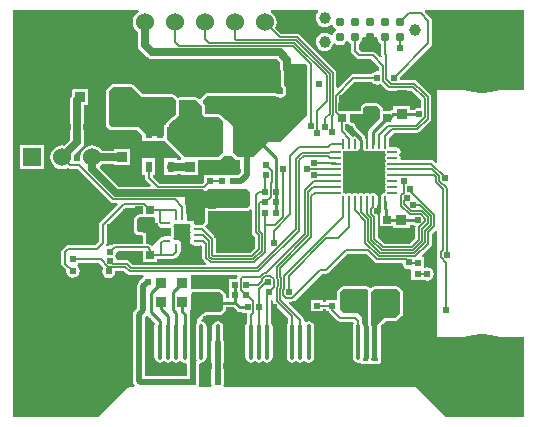
<source format=gbl>
G04 Layer_Physical_Order=2*
G04 Layer_Color=16711680*
%FSLAX25Y25*%
%MOIN*%
G70*
G01*
G75*
%ADD15R,0.02165X0.01968*%
%ADD16C,0.00500*%
%ADD17C,0.01000*%
%ADD18C,0.02000*%
%ADD19C,0.03900*%
%ADD20C,0.27559*%
%ADD21C,0.06000*%
%ADD22R,0.06000X0.06000*%
%ADD23O,0.10236X0.04331*%
%ADD24O,0.08268X0.04331*%
%ADD25C,0.05000*%
%ADD26C,0.02400*%
%ADD27C,0.03100*%
%ADD28R,0.02362X0.03543*%
%ADD29R,0.03347X0.03347*%
%ADD30R,0.01968X0.02165*%
%ADD31R,0.14173X0.14173*%
%ADD32O,0.00984X0.03347*%
%ADD33O,0.03347X0.00984*%
%ADD34O,0.00984X0.02559*%
%ADD35O,0.02559X0.00984*%
%ADD36R,0.05709X0.05709*%
%ADD37R,0.04331X0.10394*%
G04:AMPARAMS|DCode=38|XSize=15.75mil|YSize=118.11mil|CornerRadius=7.87mil|HoleSize=0mil|Usage=FLASHONLY|Rotation=0.000|XOffset=0mil|YOffset=0mil|HoleType=Round|Shape=RoundedRectangle|*
%AMROUNDEDRECTD38*
21,1,0.01575,0.10236,0,0,0.0*
21,1,0.00000,0.11811,0,0,0.0*
1,1,0.01575,0.00000,-0.05118*
1,1,0.01575,0.00000,-0.05118*
1,1,0.01575,0.00000,0.05118*
1,1,0.01575,0.00000,0.05118*
%
%ADD38ROUNDEDRECTD38*%
%ADD39R,0.01575X0.11811*%
%ADD40R,0.06890X0.03937*%
%ADD41R,0.03740X0.03347*%
%ADD42R,0.02520X0.02520*%
%ADD43R,0.03347X0.03347*%
%ADD44R,0.02520X0.02520*%
%ADD45R,0.03347X0.03740*%
%ADD46C,0.02500*%
G36*
X180000Y176000D02*
Y171500D01*
X179000Y170500D01*
X166000D01*
X165988Y170488D01*
X165240D01*
Y169740D01*
X165000Y169500D01*
Y166000D01*
X164000Y165000D01*
X163633D01*
X163209Y165084D01*
X161634D01*
X161354Y165539D01*
Y166433D01*
X159251D01*
X159021Y166713D01*
Y168287D01*
X158905Y168870D01*
X158774Y169066D01*
Y171000D01*
X158677Y171488D01*
X158500Y171753D01*
Y176000D01*
X158726Y176225D01*
X164870D01*
X165358Y176322D01*
X165771Y176599D01*
X166173Y177000D01*
X179000D01*
X180000Y176000D01*
D02*
G37*
G36*
X144512Y170494D02*
Y168520D01*
X143000D01*
X142610Y168442D01*
X142279Y168221D01*
X141779Y167721D01*
X141558Y167390D01*
X141480Y167000D01*
Y163000D01*
X141558Y162610D01*
X141779Y162279D01*
X142279Y161779D01*
X142610Y161558D01*
X143000Y161480D01*
X144107D01*
X144350Y161318D01*
X144469Y161294D01*
Y158774D01*
X135000D01*
X134512Y158677D01*
X134099Y158401D01*
X133868Y158170D01*
X133500Y158243D01*
X132642Y158072D01*
X132359Y157883D01*
X131998Y158244D01*
X132177Y158512D01*
X132274Y159000D01*
Y164472D01*
X138538Y170735D01*
X144271D01*
X144512Y170494D01*
D02*
G37*
G36*
X180726Y170077D02*
Y162500D01*
X180823Y162012D01*
X181099Y161599D01*
X181726Y160972D01*
Y157356D01*
X180144Y155774D01*
X168774D01*
Y160242D01*
X168677Y160730D01*
X168401Y161144D01*
X165080Y164464D01*
X165065Y164623D01*
X165721Y165279D01*
X165942Y165610D01*
X166020Y166000D01*
Y169107D01*
X166182Y169350D01*
X166208Y169480D01*
X167486D01*
X167500Y169478D01*
X167514Y169480D01*
X179000D01*
X179390Y169558D01*
X179721Y169779D01*
X180226Y170284D01*
X180726Y170077D01*
D02*
G37*
G36*
X156918Y165307D02*
X157500Y165191D01*
X158082Y165307D01*
X158484Y165576D01*
X158886Y165307D01*
X159468Y165191D01*
X159663Y165230D01*
X160228Y164949D01*
X160497Y164547D01*
X160228Y164145D01*
X160113Y163563D01*
X160228Y162981D01*
X160497Y162579D01*
X160228Y162177D01*
X160113Y161594D01*
X160228Y161012D01*
X160497Y160610D01*
X160228Y160208D01*
X160113Y159626D01*
X160228Y159044D01*
X160558Y158550D01*
X161052Y158220D01*
X161634Y158105D01*
X163209D01*
X163791Y158220D01*
X163843Y158255D01*
X164225Y157947D01*
Y154000D01*
X164322Y153512D01*
X164599Y153099D01*
X165461Y152236D01*
X165270Y151775D01*
X141028D01*
X139901Y152901D01*
X139488Y153177D01*
X139000Y153275D01*
X135688D01*
X135572Y153858D01*
X135144Y154500D01*
X135572Y155142D01*
X135743Y156000D01*
X135928Y156226D01*
X144512D01*
Y152740D01*
X149031D01*
Y153726D01*
X154500D01*
X154988Y153823D01*
X155401Y154099D01*
X156433Y155130D01*
X156709Y155544D01*
X156806Y156032D01*
Y156092D01*
X156937Y156288D01*
X157053Y156870D01*
Y158445D01*
X156937Y159027D01*
X156607Y159521D01*
X156114Y159850D01*
X155532Y159966D01*
X155337Y159928D01*
X154772Y160208D01*
X154503Y160610D01*
X154772Y161012D01*
X154887Y161594D01*
X154772Y162177D01*
X154665Y162336D01*
Y162821D01*
X154772Y162981D01*
X154887Y163563D01*
X154772Y164145D01*
X154503Y164547D01*
X154772Y164949D01*
X155337Y165230D01*
X155532Y165191D01*
X156114Y165307D01*
X156516Y165576D01*
X156918Y165307D01*
D02*
G37*
G36*
X148500Y167000D02*
Y166000D01*
X148782Y165718D01*
X148822Y165512D01*
X149099Y165099D01*
X149567Y164630D01*
X149981Y164354D01*
X150187Y164313D01*
X150500Y164000D01*
X153646D01*
Y161377D01*
X153366Y161147D01*
X151791D01*
X151209Y161031D01*
X151162Y161000D01*
X150500D01*
X147500Y158000D01*
X147302D01*
X146901Y158401D01*
X146488Y158677D01*
X146000Y158774D01*
X145488D01*
Y162260D01*
X144740D01*
X144500Y162500D01*
X143000D01*
X142500Y163000D01*
Y167000D01*
X143000Y167500D01*
X148000D01*
X148500Y167000D01*
D02*
G37*
G36*
X175981Y147725D02*
X175822Y147488D01*
X175742Y147083D01*
X173146D01*
Y142917D01*
Y140529D01*
X172020D01*
Y141500D01*
X171942Y141890D01*
X171721Y142221D01*
X170721Y143221D01*
X170390Y143442D01*
X170000Y143520D01*
X160690D01*
X160431Y143822D01*
X160370Y143976D01*
Y148225D01*
X175753D01*
X175981Y147725D01*
D02*
G37*
G36*
X145919Y134919D02*
X148471Y132367D01*
Y132031D01*
X148316Y131800D01*
X148178Y131102D01*
Y120866D01*
X148316Y120169D01*
X148711Y119578D01*
X149303Y119182D01*
X150000Y119044D01*
X150697Y119182D01*
X151289Y119578D01*
X151467D01*
X152058Y119182D01*
X152756Y119044D01*
X153453Y119182D01*
X154044Y119578D01*
X154223D01*
X154814Y119182D01*
X155512Y119044D01*
X156209Y119182D01*
X156800Y119578D01*
X156979D01*
X157570Y119182D01*
X158268Y119044D01*
X158484Y119087D01*
X158984Y118676D01*
Y114539D01*
X145039D01*
Y134155D01*
X145813Y134929D01*
X145919Y134919D01*
D02*
G37*
G36*
X242500Y163076D02*
Y156437D01*
X242471Y156394D01*
X242374Y155906D01*
Y154291D01*
X242471Y153803D01*
X242500Y153760D01*
Y127500D01*
X271480D01*
Y101020D01*
X245422D01*
X235721Y110721D01*
X235390Y110942D01*
X235000Y111020D01*
X171410D01*
X171143Y111520D01*
X171364Y111850D01*
X171534Y112709D01*
X171364Y113567D01*
X171330Y113617D01*
Y125984D01*
X171175Y126765D01*
X171114Y126857D01*
Y131102D01*
X170975Y131800D01*
X170580Y132391D01*
X169989Y132786D01*
X169291Y132925D01*
X168594Y132786D01*
X168003Y132391D01*
X167608Y131800D01*
X167469Y131102D01*
Y126857D01*
X167407Y126765D01*
X167252Y125984D01*
Y113617D01*
X167219Y113567D01*
X167048Y112709D01*
X167219Y111850D01*
X167440Y111520D01*
X167173Y111020D01*
X163187D01*
X162951Y111460D01*
X163072Y111642D01*
X163243Y112500D01*
X163072Y113358D01*
X163063Y113373D01*
Y118676D01*
X163563Y119087D01*
X163779Y119044D01*
X164477Y119182D01*
X165068Y119578D01*
X165463Y120169D01*
X165602Y120866D01*
Y131102D01*
X165463Y131800D01*
X165068Y132391D01*
X164477Y132786D01*
X164025Y132876D01*
X163852Y133410D01*
X164288Y133846D01*
X164344Y133930D01*
X164415Y134001D01*
X164649Y134351D01*
X164999Y134585D01*
X165070Y134656D01*
X165154Y134712D01*
X165422Y134980D01*
X170000D01*
X170390Y135058D01*
X170721Y135279D01*
X171721Y136279D01*
X171942Y136610D01*
X172020Y137000D01*
Y137471D01*
X174626D01*
X175678Y136419D01*
X176175Y136087D01*
X176760Y135971D01*
X177276D01*
Y135417D01*
X178658D01*
X179061Y134917D01*
X179041Y134815D01*
Y132401D01*
X179026Y132391D01*
X178631Y131800D01*
X178492Y131102D01*
Y120866D01*
X178631Y120169D01*
X179026Y119578D01*
X179618Y119182D01*
X180315Y119044D01*
X181012Y119182D01*
X181604Y119578D01*
X181782D01*
X182373Y119182D01*
X183071Y119044D01*
X183768Y119182D01*
X184360Y119578D01*
X184538D01*
X185129Y119182D01*
X185827Y119044D01*
X186524Y119182D01*
X187115Y119578D01*
X187511Y120169D01*
X187649Y120866D01*
Y131102D01*
X187511Y131800D01*
X187115Y132391D01*
X187101Y132401D01*
Y139897D01*
X187225Y139969D01*
X187725Y139682D01*
Y139586D01*
X187822Y139098D01*
X188099Y138685D01*
X192820Y133963D01*
Y132401D01*
X192806Y132391D01*
X192411Y131800D01*
X192272Y131102D01*
Y120866D01*
X192411Y120169D01*
X192806Y119578D01*
X193397Y119182D01*
X194095Y119044D01*
X194792Y119182D01*
X195383Y119578D01*
X195562D01*
X196153Y119182D01*
X196850Y119044D01*
X197548Y119182D01*
X198139Y119578D01*
X198318D01*
X198909Y119182D01*
X199606Y119044D01*
X200304Y119182D01*
X200895Y119578D01*
X201290Y120169D01*
X201429Y120866D01*
Y131102D01*
X201290Y131800D01*
X200895Y132391D01*
X200304Y132786D01*
X199606Y132925D01*
X198909Y132786D01*
X198625Y132596D01*
X198125Y132864D01*
Y133150D01*
X198028Y133637D01*
X197752Y134051D01*
X192989Y138814D01*
X193180Y139276D01*
X194050D01*
X194538Y139373D01*
X194951Y139649D01*
X204028Y148725D01*
X205500D01*
X205988Y148822D01*
X206401Y149099D01*
X212528Y155226D01*
X218972D01*
X221599Y152599D01*
X222012Y152322D01*
X222500Y152225D01*
X230812D01*
X230928Y151642D01*
X231414Y150914D01*
X232142Y150428D01*
X233000Y150257D01*
X233417Y150340D01*
X233917Y149930D01*
Y146646D01*
X237723D01*
X238190Y146612D01*
X238271Y146557D01*
X238525Y146507D01*
X238525Y146507D01*
X238666Y146479D01*
X239130Y146387D01*
X239988Y146558D01*
X240716Y147044D01*
X241202Y147772D01*
X241373Y148630D01*
X241202Y149488D01*
X240716Y150216D01*
X239988Y150702D01*
X239130Y150873D01*
X238583Y150764D01*
X238085Y151130D01*
X238083Y151136D01*
Y154354D01*
X237553D01*
X237361Y154816D01*
X240401Y157856D01*
X240677Y158270D01*
X240774Y158757D01*
Y162058D01*
X242000Y163283D01*
X242500Y163076D01*
D02*
G37*
G36*
X171000Y141500D02*
Y137000D01*
X170000Y136000D01*
X165000D01*
X164433Y135433D01*
X163914Y135086D01*
X163567Y134567D01*
X162500Y133500D01*
Y132397D01*
X162491Y132391D01*
X162096Y131800D01*
X161957Y131102D01*
Y120866D01*
X162096Y120169D01*
X162288Y119881D01*
X161981Y119500D01*
X160000D01*
Y120413D01*
X160090Y120866D01*
Y131102D01*
X160000Y131555D01*
Y136677D01*
X160370D01*
Y142024D01*
X160370Y142024D01*
X160370D01*
X160623Y142411D01*
X160690Y142500D01*
X170000D01*
X171000Y141500D01*
D02*
G37*
G36*
X271480Y210000D02*
X242500D01*
Y185784D01*
X242038Y185593D01*
X241277Y186354D01*
X240863Y186630D01*
X240376Y186727D01*
X230642D01*
X230239Y187227D01*
X230277Y187421D01*
X230161Y188004D01*
X229893Y188406D01*
X230161Y188808D01*
X230277Y189390D01*
X230161Y189972D01*
X229832Y190465D01*
X229338Y190795D01*
X228756Y190911D01*
X226537D01*
Y193130D01*
X226421Y193712D01*
X226290Y193908D01*
Y193988D01*
X228028Y195726D01*
X235914D01*
X236402Y195823D01*
X236815Y196099D01*
X240202Y199485D01*
X240478Y199899D01*
X240575Y200386D01*
Y207700D01*
X240478Y208187D01*
X240202Y208601D01*
X238401Y210401D01*
X238143Y210574D01*
X235815Y212901D01*
X235402Y213177D01*
X234914Y213275D01*
X230493D01*
X230176Y213661D01*
X230243Y214000D01*
X230170Y214368D01*
X240401Y224599D01*
X240677Y225012D01*
X240774Y225500D01*
Y233000D01*
X240677Y233488D01*
X240401Y233901D01*
X238322Y235981D01*
X238529Y236480D01*
X271480D01*
Y210000D01*
D02*
G37*
G36*
X199225Y217972D02*
Y201726D01*
X190000Y192500D01*
X186000D01*
X181000Y187500D01*
X176000D01*
X174500Y189000D01*
Y198000D01*
X172500Y200000D01*
X171869Y200000D01*
X171721Y200221D01*
X170221Y201721D01*
X169890Y201942D01*
X169500Y202020D01*
X165422D01*
X165020Y202422D01*
Y204500D01*
X164942Y204890D01*
X164721Y205221D01*
X164500Y205442D01*
Y206500D01*
X165976Y207976D01*
X170370D01*
Y208000D01*
X188500D01*
X188571Y207929D01*
X188654Y207873D01*
X188747Y207835D01*
X188831Y207779D01*
X188929Y207759D01*
X189022Y207721D01*
X189122D01*
X189221Y207701D01*
X189240Y207705D01*
X189348Y207634D01*
X190206Y207463D01*
X191064Y207634D01*
X191792Y208120D01*
X192278Y208847D01*
X192449Y209706D01*
X192278Y210564D01*
X191792Y211292D01*
X191520Y211474D01*
Y215943D01*
X191500Y216042D01*
Y216142D01*
X191462Y216235D01*
X191442Y216334D01*
X191386Y216417D01*
X191348Y216510D01*
X191341Y216520D01*
X191226Y217100D01*
Y218500D01*
X198698D01*
X199225Y217972D01*
D02*
G37*
G36*
X220914Y212414D02*
X221642Y211928D01*
X222500Y211757D01*
X223358Y211928D01*
X223605Y212092D01*
X225599Y210099D01*
X226012Y209823D01*
X226500Y209725D01*
X233972D01*
X237026Y206672D01*
Y204353D01*
X236639Y204036D01*
X236350Y204094D01*
X235492Y203923D01*
X234764Y203436D01*
X234726Y203380D01*
X233496D01*
Y204524D01*
X227756D01*
Y203361D01*
X227265Y203263D01*
X226853Y202988D01*
X224386D01*
Y203634D01*
X224308Y204024D01*
X224087Y204355D01*
X223221Y205221D01*
X222890Y205442D01*
X222500Y205520D01*
X218500D01*
X218110Y205442D01*
X217779Y205221D01*
X217165Y204607D01*
X216944Y204276D01*
X216866Y203886D01*
Y203031D01*
X213512D01*
X213379Y203005D01*
X212886Y202988D01*
X212886Y202988D01*
X212886Y202988D01*
X210132D01*
X209891Y203229D01*
Y207594D01*
X215022Y212725D01*
X220706D01*
X220914Y212414D01*
D02*
G37*
G36*
X142970Y236030D02*
X142965Y235981D01*
X142147Y235353D01*
X141506Y234517D01*
X141103Y233544D01*
X140965Y232500D01*
X141103Y231456D01*
X141506Y230483D01*
X142147Y229647D01*
X142706Y229218D01*
Y225000D01*
X142880Y224122D01*
X143378Y223378D01*
X145878Y220878D01*
X146443Y220500D01*
X146622Y220380D01*
X147500Y220206D01*
X189050D01*
X190206Y219050D01*
Y217000D01*
X190358Y216235D01*
X190381Y216122D01*
X190500Y215943D01*
Y211474D01*
X190520Y211376D01*
Y211275D01*
X190558Y211182D01*
X190578Y211084D01*
X190633Y211000D01*
X190672Y210908D01*
X190743Y210837D01*
X190799Y210753D01*
X190882Y210697D01*
X190953Y210626D01*
X191057Y210557D01*
X191206Y210334D01*
Y209078D01*
X191057Y208855D01*
X190666Y208594D01*
X190206Y208502D01*
X189673Y208608D01*
X189621Y208630D01*
X189439Y208705D01*
X189439D01*
X189439Y208705D01*
X189400Y208705D01*
X189321Y208721D01*
X189221D01*
D01*
D01*
X188890Y208942D01*
X188500Y209020D01*
X170370D01*
X170251Y208996D01*
X165976D01*
X165586Y208918D01*
X165255Y208697D01*
X165058Y208500D01*
X163779Y207221D01*
X163638Y207011D01*
X163198Y206892D01*
X163049Y206893D01*
X162721Y207221D01*
X162390Y207442D01*
X162000Y207520D01*
X156520D01*
X156129Y207442D01*
X156052Y207390D01*
X155221Y208221D01*
X154890Y208442D01*
X154500Y208520D01*
X144422D01*
X141221Y211721D01*
X140890Y211942D01*
X140500Y212020D01*
X134500D01*
X134110Y211942D01*
X133779Y211721D01*
X132279Y210221D01*
X132058Y209890D01*
X131980Y209500D01*
Y198500D01*
X132058Y198110D01*
X132279Y197779D01*
X133279Y196779D01*
X133610Y196558D01*
X134000Y196480D01*
X142578D01*
X144079Y194979D01*
Y192839D01*
X151739D01*
X151779Y192779D01*
X156279Y188279D01*
X157065Y187493D01*
X157009Y186909D01*
X156771Y186684D01*
X155921D01*
Y187161D01*
X151559D01*
Y184958D01*
X151446Y184390D01*
X151559Y183822D01*
Y181618D01*
X155921D01*
Y182096D01*
X157130D01*
Y181677D01*
X162870D01*
Y186480D01*
X169500D01*
X169890Y186558D01*
X170221Y186779D01*
X171500Y188058D01*
X172000Y188000D01*
X172000Y188000D01*
X173500D01*
X173500Y188000D01*
Y188000D01*
X174000Y188058D01*
X175279Y186779D01*
X175610Y186558D01*
X176000Y186480D01*
X176797D01*
Y184327D01*
X176914Y183741D01*
X176961Y183671D01*
Y182345D01*
X176199Y181583D01*
X164886D01*
Y179318D01*
X164342Y178774D01*
X150028D01*
X147684Y181118D01*
X147891Y181618D01*
X148441D01*
Y187161D01*
X144079D01*
Y181618D01*
X144985D01*
Y180740D01*
X145082Y180252D01*
X145359Y179839D01*
X146942Y178256D01*
X146750Y177794D01*
X136450D01*
X130193Y184051D01*
X130226Y184550D01*
X130353Y184647D01*
X130782Y185206D01*
X134827D01*
Y184827D01*
X140173D01*
Y190173D01*
X134827D01*
Y189794D01*
X130782D01*
X130353Y190353D01*
X129517Y190994D01*
X128544Y191397D01*
X127500Y191534D01*
X126456Y191397D01*
X125483Y190994D01*
X124647Y190353D01*
X124006Y189517D01*
X123603Y188544D01*
X123466Y187500D01*
X123575Y186670D01*
X123243Y186288D01*
X123149Y186245D01*
X123000Y186275D01*
X121826D01*
X121439Y186775D01*
X121535Y187500D01*
X121443Y188198D01*
X124122Y190878D01*
X124619Y191622D01*
X124794Y192500D01*
Y204827D01*
X126079D01*
Y210173D01*
X120732D01*
Y207999D01*
X120380Y207472D01*
X120206Y206594D01*
Y193450D01*
X118198Y191443D01*
X117500Y191534D01*
X116456Y191397D01*
X115483Y190994D01*
X114647Y190353D01*
X114006Y189517D01*
X113603Y188544D01*
X113465Y187500D01*
X113603Y186456D01*
X114006Y185483D01*
X114647Y184647D01*
X115483Y184006D01*
X116456Y183603D01*
X117500Y183466D01*
X118544Y183603D01*
X119345Y183934D01*
X119512Y183823D01*
X120000Y183726D01*
X122472D01*
X133599Y172599D01*
X134012Y172322D01*
X134500Y172225D01*
X135770D01*
X135961Y171764D01*
X130099Y165901D01*
X129823Y165488D01*
X129726Y165000D01*
Y159528D01*
X128472Y158274D01*
X119500D01*
X119012Y158177D01*
X118599Y157901D01*
X117599Y156901D01*
X117323Y156488D01*
X117226Y156000D01*
Y152094D01*
X117323Y151607D01*
X117599Y151193D01*
X118877Y149915D01*
X118804Y149547D01*
X118975Y148689D01*
X119461Y147961D01*
X120189Y147475D01*
X121047Y147304D01*
X121906Y147475D01*
X122633Y147961D01*
X123120Y148689D01*
X123290Y149547D01*
X123120Y150406D01*
X122633Y151133D01*
X122420Y151276D01*
Y151776D01*
X122602Y151898D01*
X122810Y152210D01*
X129730D01*
X131190Y150750D01*
X130928Y150358D01*
X130757Y149500D01*
X130928Y148642D01*
X131414Y147914D01*
X132142Y147428D01*
X133000Y147257D01*
X133858Y147428D01*
X134586Y147914D01*
X135072Y148642D01*
X135243Y149500D01*
X135428Y149725D01*
X138058D01*
X139185Y148599D01*
X139598Y148322D01*
X140086Y148225D01*
X144471D01*
X144623Y147725D01*
X144414Y147586D01*
X143928Y146858D01*
X143916Y146800D01*
X143058Y145942D01*
X142616Y145280D01*
X142461Y144500D01*
Y137345D01*
X141558Y136442D01*
X141116Y135780D01*
X140961Y135000D01*
Y113000D01*
X141116Y112220D01*
X141558Y111558D01*
X141597Y111520D01*
X141390Y111020D01*
X140000D01*
X139610Y110942D01*
X139279Y110721D01*
X129578Y101020D01*
X101020D01*
Y236480D01*
X142837D01*
X142970Y236030D01*
D02*
G37*
G36*
X202801Y235981D02*
X202423Y235488D01*
X202126Y234770D01*
X202025Y234000D01*
X202126Y233230D01*
X202423Y232512D01*
X202896Y231896D01*
X203512Y231423D01*
X204230Y231126D01*
X205000Y231025D01*
X205770Y231126D01*
X206488Y231423D01*
X207023Y231834D01*
X207550Y231745D01*
X207598Y231505D01*
X208161Y230662D01*
X208702Y230301D01*
Y229699D01*
X208161Y229339D01*
X207598Y228495D01*
X207550Y228255D01*
X207023Y228166D01*
X206488Y228577D01*
X205770Y228874D01*
X205000Y228976D01*
X204230Y228874D01*
X203512Y228577D01*
X202896Y228104D01*
X202423Y227488D01*
X202126Y226770D01*
X202025Y226000D01*
X202126Y225230D01*
X202423Y224512D01*
X202896Y223896D01*
X203512Y223423D01*
X204230Y223126D01*
X205000Y223025D01*
X205770Y223126D01*
X206488Y223423D01*
X207104Y223896D01*
X207577Y224512D01*
X207874Y225230D01*
X207877Y225255D01*
X208413Y225494D01*
X209005Y225098D01*
X210000Y224900D01*
X210995Y225098D01*
X211839Y225661D01*
X212199Y226202D01*
X212801D01*
X213161Y225661D01*
X213725Y225285D01*
Y223000D01*
X213823Y222512D01*
X214099Y222099D01*
X215599Y220599D01*
X216012Y220322D01*
X216500Y220226D01*
X220472D01*
X223176Y217522D01*
Y216503D01*
X222789Y216186D01*
X222500Y216243D01*
X221642Y216072D01*
X220914Y215586D01*
X220706Y215275D01*
X214494D01*
X214006Y215177D01*
X213593Y214901D01*
X209353Y210661D01*
X208891Y210852D01*
Y215627D01*
X208794Y216114D01*
X208517Y216528D01*
X196644Y228401D01*
X196230Y228678D01*
X195743Y228774D01*
X190528D01*
X188589Y230713D01*
X188897Y231456D01*
X189034Y232500D01*
X188897Y233544D01*
X188494Y234517D01*
X187853Y235353D01*
X187035Y235981D01*
X187030Y236030D01*
X187163Y236480D01*
X202624D01*
X202801Y235981D01*
D02*
G37*
G36*
X222598Y226505D02*
X223162Y225661D01*
X223726Y225285D01*
Y222000D01*
X223822Y221512D01*
X224036Y221192D01*
X224015Y220995D01*
X223654Y220830D01*
X223467Y220835D01*
X221901Y222401D01*
X221488Y222677D01*
X221000Y222775D01*
X217028D01*
X216274Y223528D01*
Y225285D01*
X216839Y225661D01*
X217402Y226505D01*
X217600Y227500D01*
X222400D01*
X222598Y226505D01*
D02*
G37*
G36*
X213307Y198279D02*
X213362Y198223D01*
X213455Y198185D01*
X213539Y198129D01*
X213637Y198109D01*
X213730Y198071D01*
X213961Y198025D01*
X214351Y197764D01*
X214612Y197374D01*
X214658Y197143D01*
X214696Y197050D01*
X214716Y196952D01*
X214772Y196869D01*
X214810Y196776D01*
X214881Y196705D01*
X214937Y196621D01*
X217480Y194078D01*
Y193939D01*
X217500Y193840D01*
Y193740D01*
X217538Y193647D01*
X217558Y193549D01*
X217584Y193509D01*
X217624Y193308D01*
X217589Y193130D01*
Y190768D01*
X217705Y190185D01*
X218035Y189692D01*
X218528Y189362D01*
X219110Y189246D01*
X219692Y189362D01*
X220094Y189631D01*
X220497Y189362D01*
X221079Y189246D01*
X221661Y189362D01*
X222063Y189631D01*
X222465Y189362D01*
X223047Y189246D01*
X223629Y189362D01*
X224031Y189631D01*
X224434Y189362D01*
X224896Y189270D01*
X224988Y188808D01*
X225257Y188406D01*
X224988Y188004D01*
X224872Y187421D01*
X224988Y186839D01*
X225257Y186437D01*
X224988Y186035D01*
X224872Y185453D01*
X224988Y184871D01*
X225257Y184468D01*
X224988Y184066D01*
X224872Y183484D01*
X224988Y182902D01*
X225257Y182500D01*
X224988Y182098D01*
X224872Y181516D01*
X224988Y180933D01*
X225257Y180532D01*
X224988Y180129D01*
X224872Y179547D01*
X224988Y178965D01*
X225257Y178563D01*
X224988Y178161D01*
X224872Y177579D01*
X224988Y176997D01*
X225257Y176594D01*
X224988Y176192D01*
X224896Y175730D01*
X224434Y175638D01*
X223940Y175308D01*
X223610Y174814D01*
X223494Y174232D01*
Y173092D01*
X223486Y173051D01*
Y170484D01*
X223603Y169899D01*
X223848Y169532D01*
X223702Y169146D01*
X223599Y169032D01*
X223366D01*
Y164512D01*
X227630D01*
Y163976D01*
X233370D01*
Y165120D01*
X234526D01*
X234563Y165064D01*
X235291Y164577D01*
X235292Y164577D01*
X235226Y164242D01*
Y160528D01*
X233472Y158774D01*
X224942D01*
X222825Y160892D01*
Y167692D01*
X222727Y168180D01*
X222451Y168594D01*
X221825Y169220D01*
Y169780D01*
X221980Y169935D01*
X222256Y170349D01*
X222353Y170836D01*
Y171092D01*
X222484Y171288D01*
X222600Y171870D01*
Y174232D01*
X222484Y174814D01*
X222154Y175308D01*
X221661Y175638D01*
X221079Y175754D01*
X220497Y175638D01*
X220094Y175369D01*
X219692Y175638D01*
X219110Y175754D01*
X218528Y175638D01*
X218126Y175369D01*
X217724Y175638D01*
X217142Y175754D01*
X216560Y175638D01*
X216158Y175369D01*
X215755Y175638D01*
X215173Y175754D01*
X214591Y175638D01*
X214189Y175369D01*
X213787Y175638D01*
X213205Y175754D01*
X212622Y175638D01*
X212221Y175369D01*
X211818Y175638D01*
X211356Y175730D01*
X211264Y176192D01*
X210995Y176594D01*
X211264Y176997D01*
X211380Y177579D01*
X211264Y178161D01*
X210995Y178563D01*
X211264Y178965D01*
X211380Y179547D01*
X211264Y180129D01*
X210995Y180532D01*
X211264Y180933D01*
X211380Y181516D01*
X211264Y182098D01*
X210995Y182500D01*
X211264Y182902D01*
X211380Y183484D01*
X211264Y184066D01*
X210995Y184468D01*
X211264Y184871D01*
X211380Y185453D01*
X211264Y186035D01*
X210995Y186437D01*
X211264Y186839D01*
X211380Y187421D01*
X211264Y188004D01*
X210995Y188406D01*
X211264Y188808D01*
X211356Y189270D01*
X211818Y189362D01*
X212221Y189631D01*
X212622Y189362D01*
X213205Y189246D01*
X213787Y189362D01*
X214189Y189631D01*
X214591Y189362D01*
X215173Y189246D01*
X215755Y189362D01*
X216249Y189692D01*
X216579Y190185D01*
X216695Y190768D01*
Y193130D01*
X216579Y193712D01*
X216249Y194206D01*
X215755Y194536D01*
X215173Y194651D01*
X214591Y194536D01*
X214330Y194361D01*
X214106Y194696D01*
X211900Y196902D01*
Y198468D01*
X212886D01*
X213307Y198279D01*
D02*
G37*
G36*
X164000Y204500D02*
Y202000D01*
X165000Y201000D01*
X169500D01*
X171000Y199500D01*
Y189000D01*
X169500Y187500D01*
X158500D01*
X157000Y189000D01*
X152500Y193500D01*
Y194667D01*
X152501Y194669D01*
X152579Y195059D01*
Y197566D01*
X152721Y197661D01*
X152942Y197992D01*
X153020Y198382D01*
Y198578D01*
X154422Y199980D01*
X154500D01*
X154890Y200058D01*
X155221Y200279D01*
X156221Y201279D01*
X156442Y201610D01*
X156520Y202000D01*
Y206500D01*
X162000D01*
X164000Y204500D01*
D02*
G37*
G36*
X144000Y207500D02*
X154500D01*
X155500Y206500D01*
Y202000D01*
X154500Y201000D01*
X154000D01*
X152000Y199000D01*
Y198382D01*
X151559D01*
Y195059D01*
X151000Y194500D01*
X146000D01*
X143000Y197500D01*
X134000D01*
X133000Y198500D01*
Y209500D01*
X134500Y211000D01*
X140500D01*
X144000Y207500D01*
D02*
G37*
G36*
X223366Y203634D02*
Y200529D01*
X219997Y197160D01*
X219666Y196664D01*
X219549Y196079D01*
Y191949D01*
X219557Y191908D01*
Y190768D01*
X219409Y190587D01*
X218671D01*
Y193272D01*
X218555Y193857D01*
X218500Y193939D01*
Y194500D01*
X215658Y197342D01*
X215572Y197772D01*
X215086Y198499D01*
X214358Y198986D01*
X213929Y199071D01*
X213500Y199500D01*
Y202000D01*
X213512Y202012D01*
X217886D01*
Y203886D01*
X218500Y204500D01*
X222500D01*
X223366Y203634D01*
D02*
G37*
%LPC*%
G36*
X229000Y144520D02*
X221500D01*
X221110Y144442D01*
X220779Y144221D01*
X220250Y143692D01*
X219721Y144221D01*
X219390Y144442D01*
X219000Y144520D01*
X211000D01*
X210610Y144442D01*
X210279Y144221D01*
X209279Y143221D01*
X209058Y142890D01*
X208980Y142500D01*
Y140114D01*
X205417D01*
Y139404D01*
X204583D01*
Y140114D01*
X200417D01*
Y136146D01*
X204583D01*
Y136855D01*
X205417D01*
Y136146D01*
X206296D01*
X206323Y136012D01*
X206599Y135599D01*
X209099Y133099D01*
X209512Y132823D01*
X210000Y132726D01*
X214472D01*
X214834Y132363D01*
X214458Y131800D01*
X214319Y131102D01*
Y120866D01*
X214458Y120169D01*
X214853Y119578D01*
X215444Y119182D01*
X216142Y119044D01*
X216839Y119182D01*
X216872Y119204D01*
X216906Y119151D01*
X217279Y118779D01*
X217610Y118558D01*
X218000Y118480D01*
X219076D01*
X219176Y118500D01*
X219277Y118500D01*
X219369Y118539D01*
X219466Y118558D01*
X219551Y118615D01*
X219644Y118654D01*
X219858Y118797D01*
X220279Y118779D01*
X220610Y118558D01*
X221000Y118480D01*
X222500D01*
X222890Y118558D01*
X223221Y118779D01*
X223601Y119159D01*
X223822Y119490D01*
X223864Y119700D01*
X223880Y119739D01*
Y119782D01*
X223900Y119880D01*
Y119938D01*
X223880Y120036D01*
Y120137D01*
X223842Y120229D01*
X223822Y120328D01*
X223766Y120412D01*
X223728Y120504D01*
X223686Y120567D01*
X223607Y120967D01*
Y131002D01*
X223686Y131402D01*
X223856Y131656D01*
X224152Y131854D01*
X224195Y131862D01*
X224278Y131918D01*
X224371Y131957D01*
X224442Y132028D01*
X224525Y132083D01*
X225422Y132980D01*
X228500Y132980D01*
X228890Y133058D01*
X229221Y133279D01*
X230721Y134779D01*
X230942Y135110D01*
X231020Y135500D01*
X231020Y142500D01*
X230942Y142890D01*
X230721Y143221D01*
X229721Y144221D01*
X229390Y144442D01*
X229000Y144520D01*
D02*
G37*
%LPD*%
G36*
X219579Y142921D02*
X219558Y142890D01*
X219480Y142500D01*
Y131922D01*
X219500Y131823D01*
Y131723D01*
X219538Y131630D01*
X219558Y131531D01*
X219611Y131452D01*
X219701Y131002D01*
Y120967D01*
X219611Y120516D01*
X219558Y120437D01*
X219538Y120339D01*
X219500Y120246D01*
Y120145D01*
X219480Y120047D01*
Y120000D01*
X219290Y119644D01*
X219076Y119500D01*
X218000D01*
X217628Y119872D01*
X217825Y120169D01*
X217964Y120866D01*
Y131102D01*
X217825Y131800D01*
X217500Y132287D01*
Y134000D01*
X216000Y135500D01*
X211500D01*
X210000Y137000D01*
Y142500D01*
X211000Y143500D01*
X219000D01*
X219579Y142921D01*
D02*
G37*
G36*
X230000Y142500D02*
X230000Y135500D01*
X228500Y134000D01*
X225000Y134000D01*
X223804Y132804D01*
X223712Y132786D01*
X223121Y132391D01*
X222726Y131800D01*
X222587Y131102D01*
Y120866D01*
X222726Y120169D01*
X222880Y119938D01*
Y119880D01*
X222500Y119500D01*
X221000D01*
X220500Y120000D01*
Y120047D01*
X220581Y120169D01*
X220720Y120866D01*
Y131102D01*
X220581Y131800D01*
X220500Y131922D01*
Y142500D01*
X221500Y143500D01*
X229000D01*
X230000Y142500D01*
D02*
G37*
%LPC*%
G36*
X111500Y191500D02*
X103500D01*
Y183500D01*
X111500D01*
Y191500D01*
D02*
G37*
%LPD*%
D15*
X236000Y152370D02*
D03*
Y148630D02*
D03*
X207500Y141870D02*
D03*
Y138130D02*
D03*
X202500Y141870D02*
D03*
Y138130D02*
D03*
D16*
X200500Y198000D02*
Y218500D01*
X194500Y224500D02*
X200500Y218500D01*
X202500Y195500D02*
Y203050D01*
X205616Y206166D01*
X205192Y200692D02*
X206616Y202116D01*
X205192Y197793D02*
Y200692D01*
X207616Y201500D02*
Y215627D01*
X207500Y196000D02*
Y201384D01*
X207616Y201500D01*
X205616Y206166D02*
Y214798D01*
X219110Y168718D02*
Y173051D01*
X217142Y169272D02*
Y173051D01*
X215173Y169826D02*
Y173051D01*
X221550Y160364D02*
X224414Y157500D01*
X220550Y159950D02*
Y167278D01*
Y159950D02*
X224000Y156500D01*
X219550Y159536D02*
Y166864D01*
Y159536D02*
X223586Y155500D01*
X218550Y159122D02*
Y166450D01*
Y159122D02*
X223172Y154500D01*
X230000Y232500D02*
X233000Y235500D01*
X237000D01*
X239500Y233000D01*
Y225500D02*
Y233000D01*
X228000Y214000D02*
X239500Y225500D01*
X237500Y209500D02*
X239300Y207700D01*
X225000Y222000D02*
X225500Y221500D01*
Y213500D02*
Y221500D01*
Y213500D02*
X227000Y212000D01*
X224379Y213121D02*
X226500Y211000D01*
X224379Y213121D02*
Y213121D01*
X224450Y213192D01*
X226500Y211000D02*
X234500D01*
X214494Y214000D02*
X222500D01*
X224450Y213192D02*
Y218050D01*
X227000Y212000D02*
X234914D01*
X237414Y209500D01*
X237500D01*
X216500Y221500D02*
X221000D01*
X234500Y211000D02*
X238300Y207200D01*
X221000Y221500D02*
X224450Y218050D01*
X208616Y202701D02*
Y208122D01*
Y202701D02*
X210589Y200728D01*
X210626D01*
X220000Y224000D02*
Y227500D01*
X215000Y223000D02*
X216500Y221500D01*
X225016Y191949D02*
Y194516D01*
X227500Y197000D01*
X235914D01*
X239300Y200386D01*
Y207700D01*
X225000Y222000D02*
Y227500D01*
X215000Y223000D02*
Y227500D01*
X238300Y200800D02*
Y207200D01*
X235500Y198000D02*
X238300Y200800D01*
X226000Y198000D02*
X235500D01*
X223047Y195047D02*
X226000Y198000D01*
X223047Y191949D02*
Y195047D01*
X230000Y224000D02*
Y227500D01*
X185000Y232500D02*
X190000Y227500D01*
X195743D02*
X207616Y215627D01*
X195328Y226500D02*
X206616Y215212D01*
Y202116D02*
Y215212D01*
X194914Y225500D02*
X205616Y214798D01*
X190000Y227500D02*
X195743D01*
X175500Y226500D02*
X195328D01*
X166500Y225500D02*
X194914D01*
X156500Y224500D02*
X194500D01*
X210626Y196374D02*
X213205Y193795D01*
X210626Y196374D02*
Y200728D01*
X164870Y177500D02*
X166870Y179500D01*
X149500Y177500D02*
X164870D01*
X150000Y166000D02*
Y170000D01*
Y166000D02*
X150469Y165532D01*
X178870Y145000D02*
X182914D01*
X189000Y147172D02*
Y151000D01*
X190000Y147586D02*
Y150500D01*
Y147586D02*
X190450Y147136D01*
X189000Y147172D02*
X189450Y146722D01*
X186153Y142500D02*
X186500D01*
X185827Y142827D02*
X186153Y142500D01*
X177000Y143370D02*
Y147000D01*
Y143370D02*
X178870Y141500D01*
X181000Y135500D02*
Y139500D01*
X178870Y141500D02*
X179000D01*
X181000Y139500D01*
X180315Y134815D02*
X181000Y135500D01*
X180315Y125984D02*
Y134815D01*
X243648Y155906D02*
X244500Y156758D01*
Y176828D01*
X245598Y155098D02*
Y177144D01*
X196500Y163086D02*
Y186500D01*
X188000Y159000D02*
Y163086D01*
X185000Y165000D02*
X188500D01*
X191000Y167500D01*
Y183500D01*
X187000Y174370D02*
Y179000D01*
X187450Y179450D01*
Y183050D01*
X185500Y185000D02*
X187450Y183050D01*
X185130Y176000D02*
Y181130D01*
X185500Y181500D01*
X195500Y163500D02*
Y186914D01*
X146260Y180740D02*
Y184390D01*
Y180740D02*
X149500Y177500D01*
X166870Y179500D02*
X170630D01*
X185000Y165000D02*
Y168870D01*
Y156000D02*
Y165000D01*
X181500Y152500D02*
X185000Y156000D01*
Y168870D02*
X185130Y169000D01*
X184000Y156414D02*
Y161914D01*
X181086Y153500D02*
X184000Y156414D01*
X183000Y162914D02*
X184000Y161914D01*
X183000Y162914D02*
Y172000D01*
X183500Y172500D01*
X185130D01*
X187000Y174370D01*
X180672Y154500D02*
X183000Y156828D01*
Y161500D01*
X182000Y162500D02*
X183000Y161500D01*
X182000Y162500D02*
Y175000D01*
X183000Y176000D01*
X185130D01*
X213205Y191949D02*
Y193795D01*
X194095Y125984D02*
Y134491D01*
X196850Y125984D02*
Y133150D01*
X190000Y150500D02*
X200500Y161000D01*
X189000Y151000D02*
X199500Y161500D01*
X200500Y161000D02*
Y174500D01*
X201610Y175610D01*
X208677D01*
X201079Y177579D02*
X208677D01*
X199500Y176000D02*
X201079Y177579D01*
X199500Y161500D02*
Y176000D01*
X198500Y162000D02*
Y176500D01*
X201547Y179547D01*
X208677D01*
X167828Y154500D02*
X180672D01*
X167414Y153500D02*
X181086D01*
X167000Y152500D02*
X181500D01*
X201516Y181516D02*
X208677D01*
X201500Y185500D02*
X208630D01*
X208677Y185453D01*
X198984Y183484D02*
X208677D01*
X182500Y150500D02*
X195500Y163500D01*
X182914Y149500D02*
X196500Y163086D01*
X133500Y153000D02*
X134500Y152000D01*
X139000D01*
X140500Y150500D01*
X130258Y153484D02*
X132742Y151000D01*
X138586D01*
X140086Y149500D01*
X121016Y153484D02*
X130258D01*
X206754Y189390D02*
X208677D01*
X206364Y189000D02*
X206754Y189390D01*
Y187421D02*
X208677D01*
X206175Y188000D02*
X206754Y187421D01*
X198000Y188000D02*
X206175D01*
X197586Y189000D02*
X206364D01*
X195500Y186914D02*
X197586Y189000D01*
X196500Y186500D02*
X198000Y188000D01*
X167500Y154828D02*
X167828Y154500D01*
X166500Y154414D02*
X167414Y153500D01*
X166500Y154414D02*
Y159500D01*
X165500Y154000D02*
X167000Y152500D01*
X165500Y154000D02*
Y158500D01*
X164374Y159626D02*
X165500Y158500D01*
X162421Y159626D02*
X164374D01*
X131000Y159000D02*
Y165000D01*
X129000Y157000D02*
X131000Y159000D01*
X119500Y157000D02*
X129000D01*
X118500Y156000D02*
X119500Y157000D01*
X118500Y152094D02*
Y156000D01*
Y152094D02*
X121047Y149547D01*
X131000Y165000D02*
X138010Y172010D01*
X146772Y170000D02*
Y170037D01*
X144799Y172010D02*
X146772Y170037D01*
X138010Y172010D02*
X144799D01*
X134500Y173500D02*
X155000D01*
X123000Y185000D02*
X134500Y173500D01*
X155000D02*
X157500Y171000D01*
X133500Y156000D02*
X135000Y157500D01*
X150500Y155000D02*
X154500D01*
X146772D02*
X150500D01*
Y159000D01*
X151126Y159626D01*
X152579D01*
X155532Y156032D02*
Y157658D01*
X154500Y155000D02*
X155532Y156032D01*
X150000Y170000D02*
X155000D01*
X146772D02*
X150000D01*
X150469Y165532D02*
X152579D01*
X155000Y170000D02*
X155532Y169468D01*
Y167500D02*
Y169468D01*
X120000Y185000D02*
X123000D01*
X117500Y187500D02*
X120000Y185000D01*
X157500Y167500D02*
Y171000D01*
X202500Y141870D02*
Y145000D01*
X207500Y141870D02*
Y145000D01*
X215000Y134000D02*
X216142Y132858D01*
X210000Y134000D02*
X215000D01*
X207500Y136500D02*
X210000Y134000D01*
X216142Y125984D02*
Y132858D01*
X202500Y138130D02*
X207500D01*
Y136500D02*
Y138130D01*
X188000Y163086D02*
X193500Y168586D01*
Y188000D01*
X196500Y191000D01*
X155000Y226000D02*
Y232500D01*
Y226000D02*
X156500Y224500D01*
X196500Y191000D02*
X206000D01*
X206949Y191949D01*
X211236D01*
X165000Y227000D02*
Y232500D01*
Y227000D02*
X166500Y225500D01*
X175000Y227000D02*
Y232500D01*
Y227000D02*
X175500Y226500D01*
X209500Y160500D02*
X213205Y164205D01*
Y173051D01*
X234000Y157500D02*
X236500Y160000D01*
Y164242D01*
X237500Y159586D02*
Y163500D01*
X234414Y156500D02*
X237500Y159586D01*
X224000Y156500D02*
X234414D01*
X230550Y174808D02*
X231500Y175758D01*
X231550Y173050D02*
X232500Y174000D01*
X227575Y183484D02*
X227591Y183500D01*
X240914D01*
X227575Y181516D02*
X241484D01*
X231500Y175758D02*
Y179500D01*
X231550Y171864D02*
Y173050D01*
X230550Y171450D02*
Y174808D01*
Y171450D02*
X233400Y168600D01*
X231550Y171864D02*
X233815Y169600D01*
X237371D01*
X234387Y171785D02*
X236715D01*
X240500Y168000D01*
X223586Y155500D02*
X234828D01*
X243648Y154291D02*
Y155906D01*
X245500Y136500D02*
Y152439D01*
X243648Y154291D02*
X245500Y152439D01*
X242050Y179278D02*
Y180950D01*
X241484Y181516D02*
X242050Y180950D01*
X240914Y183500D02*
X243050Y181364D01*
Y179692D02*
Y181364D01*
Y179692D02*
X245598Y177144D01*
X242050Y179278D02*
X244500Y176828D01*
X208616Y208122D02*
X214494Y214000D01*
X220550Y168692D02*
Y170308D01*
Y168692D02*
X221550Y167692D01*
Y160364D02*
Y167692D01*
X219110Y168718D02*
X220550Y167278D01*
X217142Y169272D02*
X219550Y166864D01*
X215173Y169826D02*
X218550Y166450D01*
X221079Y170836D02*
Y173051D01*
X220550Y170308D02*
X221079Y170836D01*
X224414Y157500D02*
X234000D01*
X234828Y155500D02*
X238500Y159172D01*
Y163000D01*
X240500Y165000D01*
Y168000D01*
X223172Y154500D02*
X235243D01*
X239500Y158757D01*
Y162586D01*
X241500Y164586D01*
X237500Y163500D02*
X239500Y165500D01*
Y167471D01*
X237371Y169600D02*
X239500Y167471D01*
X236500Y164242D02*
X238500Y166242D01*
X233400Y168600D02*
X236957D01*
X238500Y167057D01*
Y166242D02*
Y167057D01*
X241500Y164586D02*
Y168414D01*
X233500Y176414D02*
X241500Y168414D01*
X233500Y176414D02*
Y177000D01*
X245000Y180500D02*
Y180828D01*
X227575Y185453D02*
X240376D01*
X245000Y180828D01*
X232000Y153500D02*
X233000Y152500D01*
X222500Y153500D02*
X232000D01*
X219500Y156500D02*
X222500Y153500D01*
X212000Y156500D02*
X219500D01*
X205500Y150000D02*
X212000Y156500D01*
X203500Y150000D02*
X205500D01*
X186500Y142500D02*
Y142742D01*
X177000Y147000D02*
X177500Y147500D01*
X189000Y139586D02*
X194095Y134491D01*
X190000Y140000D02*
X196850Y133150D01*
X194050Y140550D02*
X203500Y150000D01*
X193000Y142500D02*
Y148000D01*
X205500Y160500D01*
X209500D01*
X192192Y140550D02*
X194050D01*
X191050Y141692D02*
X192192Y140550D01*
X191050Y141692D02*
Y143308D01*
X189450Y144536D02*
Y146722D01*
X185571Y146000D02*
X186000D01*
X185192Y147950D02*
X186808D01*
X184050Y146808D02*
X185192Y147950D01*
X184050Y146136D02*
Y146808D01*
X182914Y145000D02*
X184050Y146136D01*
X177500Y147500D02*
X183328D01*
X184778Y148950D01*
X185450D01*
X198500Y162000D01*
X190450Y144122D02*
Y147136D01*
X186500Y142742D02*
X187950Y144192D01*
Y146808D01*
X186808Y147950D02*
X187950Y146808D01*
X189000Y144086D02*
X189450Y144536D01*
X190000Y143672D02*
X190450Y144122D01*
X190000Y140000D02*
Y143672D01*
X189000Y139586D02*
Y144086D01*
X183071Y143500D02*
X185571Y146000D01*
X191050Y143308D02*
X191450Y143708D01*
Y147864D01*
X211236Y167650D01*
Y173051D01*
X233130Y152370D02*
X236000D01*
X233000Y152500D02*
X233130Y152370D01*
X236000Y148630D02*
X239130D01*
X132742Y149758D02*
X133000Y149500D01*
X132742Y149758D02*
Y151000D01*
X162421Y161594D02*
X164406D01*
X166500Y159500D01*
X164179Y163563D02*
X167500Y160242D01*
Y154828D02*
Y160242D01*
X162421Y163563D02*
X164179D01*
X183071Y125984D02*
Y143500D01*
X185827Y125984D02*
Y142827D01*
X135000Y157500D02*
X146000D01*
X146772Y156728D01*
Y155000D02*
Y156728D01*
X140086Y149500D02*
X182914D01*
X140500Y150500D02*
X182500D01*
D17*
X225000Y151004D02*
X227004Y149000D01*
X212996D02*
X215000Y151004D01*
X225500Y166898D02*
X225626D01*
X230626Y201850D02*
X236350D01*
X225626Y160126D02*
X225850Y160350D01*
X225626Y160126D02*
Y163228D01*
X222500Y169500D02*
X223047Y170047D01*
X225500Y166898D02*
Y170000D01*
X225016Y170484D02*
X225500Y170000D01*
X225016Y170484D02*
Y173051D01*
X225850Y160350D02*
X230500D01*
X225626Y166772D02*
X230378D01*
X230500Y166650D01*
X213500Y196913D02*
X217142Y193272D01*
X175130Y139130D02*
X176760Y137500D01*
X179260D01*
X175000Y139000D02*
X175130Y139130D01*
Y141500D01*
Y145000D01*
X167850Y139000D02*
X175000D01*
X167500Y139350D02*
X167850Y139000D01*
X188800Y176070D02*
Y184411D01*
Y176070D02*
X188870Y176000D01*
Y184481D02*
Y187241D01*
X188800Y184411D02*
X188870Y184481D01*
X181111Y195000D02*
X188870Y187241D01*
X160000Y179500D02*
X163130D01*
X178327Y195000D02*
X181111D01*
X188870Y172500D02*
Y176000D01*
Y169000D02*
Y172500D01*
X225626Y207874D02*
X225902Y208150D01*
X230626D01*
X225350D02*
X225626Y207874D01*
X220626Y208150D02*
X225350D01*
X225626Y204272D02*
Y207874D01*
X227850Y201850D02*
X230626D01*
X226728Y200728D02*
X227850Y201850D01*
X225626Y200728D02*
X226728D01*
X225626Y200626D02*
Y200728D01*
X221079Y196079D02*
X225626Y200626D01*
X221079Y191949D02*
Y196079D01*
X217142Y191949D02*
Y193272D01*
X218126Y182500D02*
X223047Y177579D01*
Y173051D02*
Y177579D01*
X169004Y161496D02*
X175000D01*
X162500Y145650D02*
X167500D01*
X171350D01*
X159468Y156032D02*
X161500Y154000D01*
X159468Y156032D02*
Y157658D01*
X157500Y154000D02*
Y157658D01*
X175000Y157000D02*
Y161496D01*
X167500Y168228D02*
X170728D01*
X147000Y136000D02*
X150000Y133000D01*
Y125984D02*
Y133000D01*
X152756Y125984D02*
Y134744D01*
X150500Y137000D02*
X152756Y134744D01*
X150500Y137000D02*
Y139350D01*
X157500Y145500D02*
Y145650D01*
X154500Y142500D02*
X157500Y145500D01*
X154500Y136500D02*
Y142500D01*
Y136500D02*
X155512Y135488D01*
Y125984D02*
Y135488D01*
X157500Y136000D02*
Y139350D01*
Y136000D02*
X158268Y135232D01*
Y125984D02*
Y135232D01*
X139000Y155000D02*
X143228D01*
X138701Y161201D02*
X139902Y160000D01*
X143228D01*
X138701Y169201D02*
X139500Y170000D01*
X143228D01*
X138701Y165000D02*
Y169201D01*
Y161201D02*
Y165000D01*
X147244Y118256D02*
Y125984D01*
X166535Y118035D02*
Y125984D01*
X172047Y118047D02*
Y125984D01*
X174803Y116197D02*
Y125984D01*
X177559Y118059D02*
Y125984D01*
X188583Y118083D02*
Y125984D01*
X202362Y118138D02*
Y125984D01*
X205118Y116118D02*
Y125984D01*
X207874Y118126D02*
Y125984D01*
X210630Y116130D02*
Y125984D01*
X213386Y118114D02*
Y125984D01*
X224409Y116091D02*
Y125984D01*
X227165Y118165D02*
Y125984D01*
X217142Y183484D02*
X218126Y182500D01*
X223047Y170047D02*
Y173051D01*
X217142Y183484D02*
Y191949D01*
X210626Y204272D02*
Y207374D01*
X230500Y166650D02*
X236150D01*
X215626Y204272D02*
X216000Y204646D01*
Y209000D01*
X227004Y149000D02*
X230500D01*
X209500D02*
X212996D01*
X215000Y151004D02*
Y154000D01*
X178327Y184327D02*
Y189000D01*
Y195000D01*
X147000Y136000D02*
Y142150D01*
X150500Y145650D01*
D18*
X161024Y112524D02*
Y125984D01*
X169291Y112709D02*
Y125984D01*
X177000Y179500D02*
X179000Y181500D01*
Y188327D01*
X178327Y189000D02*
X179000Y188327D01*
X174370Y179500D02*
X177000D01*
X145000Y165000D02*
X146500D01*
X145500Y164500D02*
X148500D01*
X145000Y165000D02*
X145500Y164500D01*
X144500Y144500D02*
X146000Y146000D01*
X144500Y136500D02*
Y144500D01*
X143000Y135000D02*
X144500Y136500D01*
X143000Y113000D02*
Y135000D01*
X143500Y112500D02*
X161000D01*
X143000Y113000D02*
X143500Y112500D01*
D19*
X205000Y226000D02*
D03*
Y234000D02*
D03*
X235000Y230000D02*
D03*
D20*
X115000Y115000D02*
D03*
X257500Y222500D02*
D03*
Y115000D02*
D03*
X115000Y222500D02*
D03*
D21*
X127500Y197500D02*
D03*
Y187500D02*
D03*
X117500Y197500D02*
D03*
Y187500D02*
D03*
X107500Y197500D02*
D03*
X165000Y232500D02*
D03*
X145000D02*
D03*
X175000D02*
D03*
X155000D02*
D03*
X185000D02*
D03*
D22*
X107500Y187500D02*
D03*
X135000Y232500D02*
D03*
D23*
X107026Y135492D02*
D03*
Y169508D02*
D03*
D24*
X128128Y135492D02*
D03*
Y169508D02*
D03*
D25*
X107913Y107913D02*
D03*
X122087D02*
D03*
Y122087D02*
D03*
X107913D02*
D03*
X115000Y125236D02*
D03*
Y104764D02*
D03*
X125236Y115000D02*
D03*
X104764D02*
D03*
X250413Y215413D02*
D03*
X264587D02*
D03*
Y229587D02*
D03*
X250413D02*
D03*
X257500Y232736D02*
D03*
Y212264D02*
D03*
X267736Y222500D02*
D03*
X247264D02*
D03*
X250413Y107913D02*
D03*
X264587D02*
D03*
Y122087D02*
D03*
X250413D02*
D03*
X257500Y125236D02*
D03*
Y104764D02*
D03*
X267736Y115000D02*
D03*
X247264D02*
D03*
X107913Y215413D02*
D03*
X122087D02*
D03*
Y229587D02*
D03*
X107913D02*
D03*
X115000Y232736D02*
D03*
Y212264D02*
D03*
X125236Y222500D02*
D03*
X104764D02*
D03*
D26*
X203000Y212000D02*
D03*
X200500Y198000D02*
D03*
X202500Y195500D02*
D03*
X205192Y197793D02*
D03*
X207500Y196000D02*
D03*
X195000Y233500D02*
D03*
Y230500D02*
D03*
X198000D02*
D03*
Y233500D02*
D03*
X228000Y214000D02*
D03*
X222500D02*
D03*
X220000Y224000D02*
D03*
X230000D02*
D03*
X236350Y201850D02*
D03*
X225626Y160126D02*
D03*
X222500Y169500D02*
D03*
X213500Y196913D02*
D03*
X117500Y142500D02*
D03*
X115000D02*
D03*
X112500D02*
D03*
X110000D02*
D03*
X107500D02*
D03*
X105000D02*
D03*
X195000Y213500D02*
D03*
X198000Y217000D02*
D03*
X161000Y112500D02*
D03*
X169291Y112709D02*
D03*
X186500Y142500D02*
D03*
X245598Y155098D02*
D03*
X191000Y183500D02*
D03*
X185500Y185000D02*
D03*
Y181500D02*
D03*
X188000Y159000D02*
D03*
X160000Y179500D02*
D03*
X225626Y207874D02*
D03*
X201516Y181516D02*
D03*
X201500Y185500D02*
D03*
X198984Y183484D02*
D03*
X133500Y153000D02*
D03*
X121016Y153484D02*
D03*
X171350Y145650D02*
D03*
X161500Y154000D02*
D03*
X157500D02*
D03*
X169004Y161496D02*
D03*
X121047Y149547D02*
D03*
X133500Y156000D02*
D03*
X175000Y157000D02*
D03*
X170728Y168228D02*
D03*
X121205Y159705D02*
D03*
Y162205D02*
D03*
X133311Y159189D02*
D03*
Y161689D02*
D03*
X133189Y140689D02*
D03*
X121205Y140295D02*
D03*
X139000Y155000D02*
D03*
X138701Y169201D02*
D03*
Y161201D02*
D03*
X133311Y164311D02*
D03*
X121205Y164705D02*
D03*
X147244Y118256D02*
D03*
X166535Y118035D02*
D03*
X172047Y118047D02*
D03*
X174803Y116197D02*
D03*
X177559Y118059D02*
D03*
X188583Y118083D02*
D03*
X202362Y118138D02*
D03*
X205118Y116118D02*
D03*
X207874Y118126D02*
D03*
X210630Y116130D02*
D03*
X213386Y118114D02*
D03*
X224409Y116091D02*
D03*
X227165Y118165D02*
D03*
X202500Y145000D02*
D03*
X207500D02*
D03*
X210626Y207374D02*
D03*
X236150Y166650D02*
D03*
X232500Y174000D02*
D03*
X231500Y179500D02*
D03*
X233500Y177000D02*
D03*
X234387Y171785D02*
D03*
X245500Y136500D02*
D03*
X245000Y180500D02*
D03*
X216000Y209000D02*
D03*
X230500Y149000D02*
D03*
X209500D02*
D03*
X215000Y154000D02*
D03*
X233000Y152500D02*
D03*
X193000Y142500D02*
D03*
X186000Y146000D02*
D03*
X239130Y148630D02*
D03*
X133000Y149500D02*
D03*
X192500Y217000D02*
D03*
X188000Y137500D02*
D03*
X178000Y134500D02*
D03*
X165500Y133500D02*
D03*
X146000Y133000D02*
D03*
X195000Y138500D02*
D03*
X152500Y189000D02*
D03*
X133000Y183500D02*
D03*
X144000Y179000D02*
D03*
X142000Y195000D02*
D03*
X141000Y189000D02*
D03*
X167500Y185000D02*
D03*
X190206Y209706D02*
D03*
X133000Y213500D02*
D03*
X141000Y224500D02*
D03*
X232500Y190500D02*
D03*
X148500Y164500D02*
D03*
X146000Y146000D02*
D03*
D27*
X230000Y227500D02*
D03*
X225000D02*
D03*
X220000D02*
D03*
X215000D02*
D03*
X210000D02*
D03*
Y232500D02*
D03*
X215000D02*
D03*
X220000D02*
D03*
X225000D02*
D03*
X230000D02*
D03*
D28*
X153740Y184390D02*
D03*
X150000D02*
D03*
X146260D02*
D03*
Y195610D02*
D03*
X150000D02*
D03*
X153740D02*
D03*
D29*
X136594Y207500D02*
D03*
X123406D02*
D03*
D30*
X178870Y141500D02*
D03*
X175130D02*
D03*
X163130Y179500D02*
D03*
X166870D02*
D03*
X170630D02*
D03*
X174370D02*
D03*
X185130Y176000D02*
D03*
X188870D02*
D03*
X185130Y172500D02*
D03*
X188870D02*
D03*
X185130Y169000D02*
D03*
X188870D02*
D03*
X178870Y145000D02*
D03*
X175130D02*
D03*
X183000Y137500D02*
D03*
X179260D02*
D03*
D31*
X218126Y182500D02*
D03*
D32*
X225016Y191949D02*
D03*
X223047D02*
D03*
X221079D02*
D03*
X219110D02*
D03*
X217142D02*
D03*
X215173D02*
D03*
X213205D02*
D03*
X211236D02*
D03*
Y173051D02*
D03*
X213205D02*
D03*
X215173D02*
D03*
X217142D02*
D03*
X219110D02*
D03*
X221079D02*
D03*
X223047D02*
D03*
X225016D02*
D03*
D33*
X208677Y189390D02*
D03*
Y187421D02*
D03*
Y185453D02*
D03*
Y183484D02*
D03*
Y181516D02*
D03*
Y179547D02*
D03*
Y177579D02*
D03*
Y175610D02*
D03*
X227575D02*
D03*
Y177579D02*
D03*
Y179547D02*
D03*
Y181516D02*
D03*
Y183484D02*
D03*
Y185453D02*
D03*
Y187421D02*
D03*
Y189390D02*
D03*
D34*
X155532Y167500D02*
D03*
X157500D02*
D03*
X159468D02*
D03*
Y157658D02*
D03*
X157500D02*
D03*
X155532D02*
D03*
D35*
X162421Y165532D02*
D03*
Y163563D02*
D03*
Y161594D02*
D03*
Y159626D02*
D03*
X152579D02*
D03*
Y161594D02*
D03*
Y163563D02*
D03*
Y165532D02*
D03*
D36*
X157500Y162579D02*
D03*
D37*
X166673Y195000D02*
D03*
X178327D02*
D03*
D38*
X218898Y125984D02*
D03*
X221654D02*
D03*
X216142D02*
D03*
X227165D02*
D03*
X224409D02*
D03*
X210630D02*
D03*
X213386D02*
D03*
X207874D02*
D03*
X205118D02*
D03*
X199606D02*
D03*
X202362D02*
D03*
X188583D02*
D03*
X191339D02*
D03*
X185827D02*
D03*
X196850D02*
D03*
X194095D02*
D03*
X180315D02*
D03*
X183071D02*
D03*
X177559D02*
D03*
X174803D02*
D03*
X163779D02*
D03*
X166535D02*
D03*
X161024D02*
D03*
X172047D02*
D03*
X169291D02*
D03*
X155512D02*
D03*
X158268D02*
D03*
X152756D02*
D03*
X150000D02*
D03*
D39*
X147244D02*
D03*
D40*
X215000Y137496D02*
D03*
Y149504D02*
D03*
X175000Y203996D02*
D03*
Y216004D02*
D03*
X185000Y203996D02*
D03*
Y216004D02*
D03*
X145000Y203996D02*
D03*
Y216004D02*
D03*
X175000Y173504D02*
D03*
Y161496D02*
D03*
X225000Y137496D02*
D03*
Y149504D02*
D03*
D41*
X157500Y139350D02*
D03*
Y145650D02*
D03*
X167500Y210650D02*
D03*
Y204350D02*
D03*
X152500Y210650D02*
D03*
Y204350D02*
D03*
X160000Y190650D02*
D03*
Y184350D02*
D03*
X230626Y208150D02*
D03*
Y201850D02*
D03*
X230500Y160350D02*
D03*
Y166650D02*
D03*
X220626Y208150D02*
D03*
Y201850D02*
D03*
X167500Y145650D02*
D03*
Y139350D02*
D03*
X162500Y145650D02*
D03*
Y139350D02*
D03*
X150500Y139350D02*
D03*
Y145650D02*
D03*
D42*
X215626Y204272D02*
D03*
Y200728D02*
D03*
X210626Y204272D02*
D03*
Y200728D02*
D03*
X167500Y168228D02*
D03*
Y171772D02*
D03*
X225626Y204272D02*
D03*
Y200728D02*
D03*
Y163228D02*
D03*
Y166772D02*
D03*
D43*
X160000Y203405D02*
D03*
Y216595D02*
D03*
X137500Y200689D02*
D03*
Y187500D02*
D03*
D44*
X143228Y170000D02*
D03*
X146772D02*
D03*
X143228Y155000D02*
D03*
X146772D02*
D03*
X143228Y160000D02*
D03*
X146772D02*
D03*
D45*
X138701Y165000D02*
D03*
X145000D02*
D03*
D46*
X193500Y208000D02*
Y216000D01*
X163772Y175500D02*
X167500Y171772D01*
X135500Y175500D02*
X163772D01*
X145000Y225000D02*
X147500Y222500D01*
X145000Y225000D02*
Y232500D01*
X127500Y183500D02*
X135500Y175500D01*
X127500Y183500D02*
Y187500D01*
X159961Y184390D02*
X160000Y184350D01*
X153740Y184390D02*
X159961D01*
X122500Y206594D02*
X123406Y207500D01*
X122500Y192500D02*
Y206594D01*
X117500Y187500D02*
X122500Y192500D01*
X127500Y187500D02*
X137500D01*
X190000Y222500D02*
X192500Y220000D01*
Y217000D02*
Y220000D01*
X147500Y222500D02*
X190000D01*
X185000Y203996D02*
X189496D01*
X193500Y208000D01*
X192500Y217000D02*
X193500Y216000D01*
M02*

</source>
